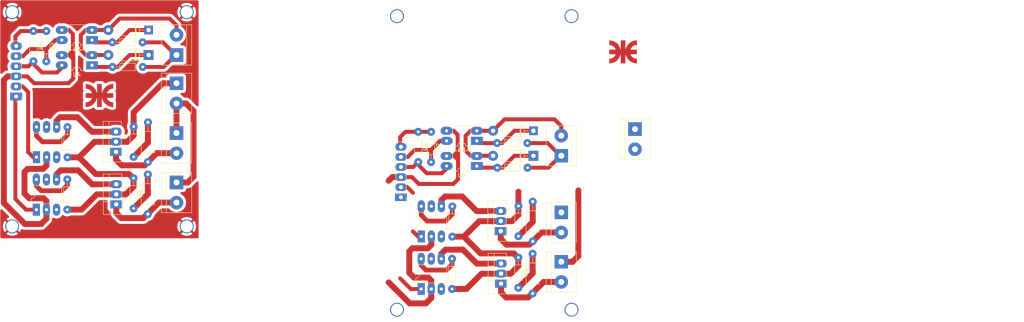
<source format=kicad_pcb>
(kicad_pcb (version 20211014) (generator pcbnew)
  (layers (0 "F.Cu" signal) (31 "B.Cu" signal) (34 "B.Paste" user) (35 "F.Paste" user) (36 "B.SilkS" user "B.Silkscreen") (37 "F.SilkS" user "F.Silkscreen") (38 "B.Mask" user) (39 "F.Mask" user) (44 "Edge.Cuts" user))
  (net 0 "")
  (net 1 "Net-(C1-Pad1)")
  (net 2 "SALIDA_RE_2")
  (net 3 "Net-(C2-Pad1)")
  (net 4 "SALIDA_RI_2")
  (net 5 "Net-(D1-Pad1)")
  (net 6 "TRAFO_2")
  (net 7 "Net-(D2-Pad1)")
  (net 8 "VAC_1")
  (net 9 "GND")
  (net 10 "VCC")
  (net 11 "PD24")
  (net 12 "PD23")
  (net 13 "PB1")
  (net 14 "PB0")
  (net 15 "SALIDA_RE_1")
  (net 16 "TRAFO_1")
  (net 17 "Net-(R3-Pad1)")
  (net 18 "Net-(R4-Pad1)")
  (net 23 "Net-(D3-Pad3)")
  (net 24 "Net-(U2-Pad4)")
  (net 25 "Relleno")
  (footprint "Package_DIP:DIP-4_W7.62mm_LongPads" (layer "F.Cu") (at 47.125 99.032561 180)
    (fp_text reference "U3")
    (fp_text value "PC817" hide)
  )
  (footprint "Diode_THT:D_DO-41_SOD81_P10.16mm_Horizontal" (layer "F.Cu") (at 158.39 128.197561 180)
    (fp_text reference "D2" hide)
    (fp_text value "1N4007" hide)
  )
  (footprint "TerminalBlock:TerminalBlock_bornier-2_P5.08mm" (layer "F.Cu") (at 68.42 134.92 -90)
    (fp_text reference "J4" hide)
    (fp_text value "Conn_01x02" hide)
  )
  (footprint "Capacitor_THT:C_Axial_L5.1mm_D3.1mm_P10.00mm_Horizontal" (layer "F.Cu") (at 61.22 119.76 -90)
    (fp_text reference "C2" hide)
    (fp_text value "0.01u" hide)
  )
  (footprint "Package_TO_SOT_THT:TO-220-3_Vertical" (layer "F.Cu") (at 150.245 160.44 90)
    (fp_text reference "D3" hide)
    (fp_text value "Q_TRIAC_A1A2G" hide)
  )
  (footprint "Resistor_THT:R_Axial_DIN0204_L3.6mm_D1.6mm_P7.62mm_Horizontal" (layer "F.Cu") (at 137.895 154.155 -90)
    (fp_text reference "R3" hide)
    (fp_text value "390" hide)
  )
  (footprint "Package_DIP:DIP-6_W7.62mm_LongPads" (layer "F.Cu") (at 33.12 128.54 90)
    (fp_text reference "U2" hide)
    (fp_text value "MOC3021M" hide)
  )
  (footprint "Capacitor_THT:C_Axial_L5.1mm_D3.1mm_P10.00mm_Horizontal" (layer "F.Cu") (at 61.2 132.9 -90)
    (fp_text reference "C1" hide)
    (fp_text value "0.01u" hide)
  )
  (footprint "TerminalBlock:TerminalBlock_bornier-2_P5.08mm" (layer "F.Cu") (at 165.42 128.2 90)
    (fp_text reference "J3" hide)
    (fp_text value "Conn_01x02" hide)
  )
  (footprint "Resistor_THT:R_Axial_DIN0204_L3.6mm_D1.6mm_P7.62mm_Horizontal" (layer "F.Cu") (at 149.25 125)
    (fp_text reference "R1" hide)
    (fp_text value "3.3k" hide)
  )
  (footprint "Package_DIP:DIP-6_W7.62mm_LongPads" (layer "F.Cu") (at 130.095 161.785 90)
    (fp_text reference "U1" hide)
    (fp_text value "MOC3021M" hide)
  )
  (footprint "TerminalBlock:TerminalBlock_bornier-2_P5.08mm" (layer "F.Cu") (at 165.42 142.46 -90)
    (fp_text reference "J5" hide)
    (fp_text value "Conn_01x02" hide)
  )
  (footprint "" (layer "F.Cu") (at 27 146)
    (fp_text reference "")
    (fp_text value "")
  )
  (footprint "" (layer "F.Cu") (at 71 92)
    (fp_text reference "")
    (fp_text value "")
  )
  (footprint "Resistor_THT:R_Axial_DIN0204_L3.6mm_D1.6mm_P7.62mm_Horizontal" (layer "F.Cu") (at 149.29 131.2)
    (fp_text reference "R2" hide)
    (fp_text value "3.3k" hide)
  )
  (footprint "Resistor_THT:R_Axial_DIN0204_L3.6mm_D1.6mm_P7.62mm_Horizontal" (layer "F.Cu") (at 57.595 133.85 -90)
    (fp_text reference "R5")
    (fp_text value "39")
  )
  (footprint "TerminalBlock:TerminalBlock_bornier-2_P5.08mm" (layer "F.Cu") (at 165.42 154.92 -90)
    (fp_text reference "J4" hide)
    (fp_text value "Conn_01x02" hide)
  )
  (footprint "" (layer "F.Cu") (at 168 93)
    (fp_text reference "")
    (fp_text value "")
  )
  (footprint "" (layer "F.Cu") (at 27 92)
    (fp_text reference "")
    (fp_text value "")
  )
  (footprint "Package_TO_SOT_THT:TO-220-3_Vertical" (layer "F.Cu") (at 150.17 147.195 90)
    (fp_text reference "D4" hide)
    (fp_text value "Q_TRIAC_A1A2G" hide)
  )
  (footprint "Package_DIP:DIP-4_W7.62mm_LongPads" (layer "F.Cu") (at 47.125 105.382561 180)
    (fp_text reference "U4")
    (fp_text value "PC817" hide)
  )
  (footprint "Graphics:PCB_Logo" (layer "F.Cu") (at 49 113 90)
    (fp_text reference "G***" hide)
    (fp_text value "LOGO" hide)
  )
  (footprint "Resistor_THT:R_Axial_DIN0204_L3.6mm_D1.6mm_P7.62mm_Horizontal" (layer "F.Cu") (at 129.35 122.157561 -90)
    (fp_text reference "R8")
    (fp_text value "4.7k" hide)
  )
  (footprint "TerminalBlock:TerminalBlock_bornier-2_P5.08mm" (layer "F.Cu") (at 68.42 102.8 90)
    (fp_text reference "J3" hide)
    (fp_text value "Conn_01x02" hide)
  )
  (footprint "Diode_THT:D_DO-41_SOD81_P10.16mm_Horizontal" (layer "F.Cu") (at 158.39 121.887561 180)
    (fp_text reference "D1" hide)
    (fp_text value "1N4007" hide)
  )
  (footprint "Resistor_THT:R_Axial_DIN0204_L3.6mm_D1.6mm_P7.62mm_Horizontal" (layer "F.Cu") (at 35.6 96.757561 -90)
    (fp_text reference "R7")
    (fp_text value "4.7k" hide)
  )
  (footprint "TerminalBlock:TerminalBlock_bornier-2_P5.08mm" (layer "F.Cu") (at 184 121.46 -90)
    (fp_text reference "J2" hide)
    (fp_text value "Conn_01x02" hide)
  )
  (footprint "Resistor_THT:R_Axial_DIN0204_L3.6mm_D1.6mm_P7.62mm_Horizontal" (layer "F.Cu") (at 40.895 134.155 -90)
    (fp_text reference "R3" hide)
    (fp_text value "390" hide)
  )
  (footprint "Resistor_THT:R_Axial_DIN0204_L3.6mm_D1.6mm_P7.62mm_Horizontal" (layer "F.Cu") (at 40.945 120.965 -90)
    (fp_text reference "R4" hide)
    (fp_text value "390" hide)
  )
  (footprint "Graphics:PCB_Logo" (layer "F.Cu") (at 181 102 90)
    (fp_text reference "G***" hide)
    (fp_text value "LOGO" hide)
  )
  (footprint "TerminalBlock:TerminalBlock_bornier-2_P5.08mm" (layer "F.Cu") (at 68.42 109.92 -90)
    (fp_text reference "J2" hide)
    (fp_text value "Conn_01x02" hide)
  )
  (footprint "Package_DIP:DIP-6_W7.62mm_LongPads" (layer "F.Cu") (at 33.095 141.785 90)
    (fp_text reference "U1" hide)
    (fp_text value "MOC3021M" hide)
  )
  (footprint "Package_DIP:DIP-6_W7.62mm_LongPads" (layer "F.Cu") (at 130.12 148.54 90)
    (fp_text reference "U2" hide)
    (fp_text value "MOC3021M" hide)
  )
  (footprint "Resistor_THT:R_Axial_DIN0204_L3.6mm_D1.6mm_P7.62mm_Horizontal" (layer "F.Cu") (at 52.29 105.8)
    (fp_text reference "R2" hide)
    (fp_text value "3.3k" hide)
  )
  (footprint "" (layer "F.Cu") (at 124 93)
    (fp_text reference "")
    (fp_text value "")
  )
  (footprint "Package_DIP:DIP-4_W7.62mm_LongPads" (layer "F.Cu") (at 144.125 124.432561 180)
    (fp_text reference "U3")
    (fp_text value "PC817" hide)
  )
  (footprint "Capacitor_THT:C_Axial_L5.1mm_D3.1mm_P10.00mm_Horizontal" (layer "F.Cu") (at 158.22 139.76 -90)
    (fp_text reference "C2" hide)
    (fp_text value "0.01u" hide)
  )
  (footprint "" (layer "F.Cu") (at 124 167)
    (fp_text reference "")
    (fp_text value "")
  )
  (footprint "Resistor_THT:R_Axial_DIN0204_L3.6mm_D1.6mm_P7.62mm_Horizontal" (layer "F.Cu") (at 52.25 99.6)
    (fp_text reference "R1" hide)
    (fp_text value "3.3k" hide)
  )
  (footprint "Resistor_THT:R_Axial_DIN0204_L3.6mm_D1.6mm_P7.62mm_Horizontal" (layer "F.Cu") (at 32.35 96.757561 -90)
    (fp_text reference "R8")
    (fp_text value "4.7k" hide)
  )
  (footprint "Resistor_THT:R_Axial_DIN0204_L3.6mm_D1.6mm_P7.62mm_Horizontal" (layer "F.Cu") (at 154.62 140.85 -90)
    (fp_text reference "R6" hide)
    (fp_text value "39" hide)
  )
  (footprint "Capacitor_THT:C_Axial_L5.1mm_D3.1mm_P10.00mm_Horizontal" (layer "F.Cu") (at 158.2 152.9 -90)
    (fp_text reference "C1" hide)
    (fp_text value "0.01u" hide)
  )
  (footprint "Connector_PinHeader_2.54mm:PinHeader_1x06_P2.54mm_Vertical" (layer "F.Cu") (at 125 138.65 180)
    (fp_text reference "J1" hide)
    (fp_text value "Conn_01x06" hide)
  )
  (footprint "" (layer "F.Cu") (at 168 167)
    (fp_text reference "")
    (fp_text value "")
  )
  (footprint "Resistor_THT:R_Axial_DIN0204_L3.6mm_D1.6mm_P7.62mm_Horizontal" (layer "F.Cu") (at 137.945 140.965 -90)
    (fp_text reference "R4" hide)
    (fp_text value "390" hide)
  )
  (footprint "TerminalBlock:TerminalBlock_bornier-2_P5.08mm" (layer "F.Cu") (at 68.42 122.46 -90)
    (fp_text reference "J5" hide)
    (fp_text value "Conn_01x02" hide)
  )
  (footprint "Diode_THT:D_DO-41_SOD81_P10.16mm_Horizontal" (layer "F.Cu") (at 61.39 102.797561 180)
    (fp_text reference "D2" hide)
    (fp_text value "1N4007" hide)
  )
  (footprint "Connector_PinHeader_2.54mm:PinHeader_1x06_P2.54mm_Vertical" (layer "F.Cu") (at 28 113.25 180)
    (fp_text reference "J1" hide)
    (fp_text value "Conn_01x06" hide)
  )
  (footprint "Package_DIP:DIP-4_W7.62mm_LongPads" (layer "F.Cu") (at 144.125 130.782561 180)
    (fp_text reference "U4")
    (fp_text value "PC817" hide)
  )
  (footprint "Package_TO_SOT_THT:TO-220-3_Vertical" (layer "F.Cu") (at 53.17 127.195 90)
    (fp_text reference "D4" hide)
    (fp_text value "Q_TRIAC_A1A2G" hide)
  )
  (footprint "Diode_THT:D_DO-41_SOD81_P10.16mm_Horizontal" (layer "F.Cu") (at 61.39 96.487561 180)
    (fp_text reference "D1" hide)
    (fp_text value "1N4007" hide)
  )
  (footprint "Resistor_THT:R_Axial_DIN0204_L3.6mm_D1.6mm_P7.62mm_Horizontal" (layer "F.Cu") (at 154.595 153.85 -90)
    (fp_text reference "R5")
    (fp_text value "39")
  )
  (footprint "Package_TO_SOT_THT:TO-220-3_Vertical" (layer "F.Cu") (at 53.245 140.44 90)
    (fp_text reference "D3" hide)
    (fp_text value "Q_TRIAC_A1A2G" hide)
  )
  (footprint "Resistor_THT:R_Axial_DIN0204_L3.6mm_D1.6mm_P7.62mm_Horizontal" (layer "F.Cu") (at 57.62 120.85 -90)
    (fp_text reference "R6" hide)
    (fp_text value "39" hide)
  )
  (footprint "Resistor_THT:R_Axial_DIN0204_L3.6mm_D1.6mm_P7.62mm_Horizontal" (layer "F.Cu") (at 132.6 122.157561 -90)
    (fp_text reference "R7")
    (fp_text value "4.7k" hide)
  )
  (footprint "" (layer "F.Cu") (at 71 146)
    (fp_text reference "")
    (fp_text value "")
  )
  (segment (start 158.22 157.845) (end 158.22 157.16) (width 1.5) (layer "F.Cu") (net 1))
  (segment (start 154.595 161.47) (end 158.22 157.845) (width 1.5) (layer "F.Cu") (net 1))
  (segment (start 61.195 137.135) (end 61.195 132.765) (width 1.5) (layer "F.Cu") (net 1))
  (segment (start 158.195 157.135) (end 158.195 152.765) (width 1.5) (layer "F.Cu") (net 1))
  (segment (start 57.595 141.47) (end 61.22 137.845) (width 1.5) (layer "F.Cu") (net 1))
  (segment (start 158.22 157.16) (end 158.195 157.135) (width 1.5) (layer "F.Cu") (net 1))
  (segment (start 61.22 137.845) (end 61.22 137.16) (width 1.5) (layer "F.Cu") (net 1))
  (segment (start 61.22 137.16) (end 61.195 137.135) (width 1.5) (layer "F.Cu") (net 1))
  (segment (start 60.06 143.9) (end 54.5 143.9) (width 1.5) (layer "F.Cu") (net 2))
  (segment (start 158.195 162.765) (end 157.06 163.9) (width 1.5) (layer "F.Cu") (net 2))
  (segment (start 151.5 163.9) (end 150.245 162.645) (width 1.5) (layer "F.Cu") (net 2))
  (segment (start 160.96 160) (end 158.195 162.765) (width 1.5) (layer "F.Cu") (net 2))
  (segment (start 54.5 143.9) (end 53.245 142.645) (width 1.5) (layer "F.Cu") (net 2))
  (segment (start 63.96 140) (end 61.195 142.765) (width 1.5) (layer "F.Cu") (net 2))
  (segment (start 61.195 142.765) (end 60.06 143.9) (width 1.5) (layer "F.Cu") (net 2))
  (segment (start 157.06 163.9) (end 151.5 163.9) (width 1.5) (layer "F.Cu") (net 2))
  (segment (start 150.245 162.645) (end 150.245 160.44) (width 1.5) (layer "F.Cu") (net 2))
  (segment (start 165.42 160) (end 160.96 160) (width 1.5) (layer "F.Cu") (net 2))
  (segment (start 68.42 140) (end 63.96 140) (width 1.5) (layer "F.Cu") (net 2))
  (segment (start 53.245 142.645) (end 53.245 140.44) (width 1.5) (layer "F.Cu") (net 2))
  (segment (start 61.22 124.87) (end 61.22 119.76) (width 1.5) (layer "F.Cu") (net 3))
  (segment (start 57.62 128.47) (end 61.22 124.87) (width 1.5) (layer "F.Cu") (net 3))
  (segment (start 154.62 148.47) (end 158.22 144.87) (width 1.5) (layer "F.Cu") (net 3))
  (segment (start 158.22 144.87) (end 158.22 139.76) (width 1.5) (layer "F.Cu") (net 3))
  (segment (start 68.48 127.46) (end 68.42 127.4) (width 1) (layer "F.Cu") (net 4))
  (segment (start 165.48 147.46) (end 165.42 147.4) (width 1) (layer "F.Cu") (net 4))
  (segment (start 60.38 130.6) (end 61.22 129.76) (width 1.5) (layer "F.Cu") (net 4))
  (segment (start 150.17 147.195) (end 150.17 149.17) (width 1.5) (layer "F.Cu") (net 4))
  (segment (start 165.42 147.54) (end 160.44 147.54) (width 1.5) (layer "F.Cu") (net 4))
  (segment (start 53.17 127.195) (end 53.17 129.17) (width 1.5) (layer "F.Cu") (net 4))
  (segment (start 68.42 127.54) (end 63.44 127.54) (width 1.5) (layer "F.Cu") (net 4))
  (segment (start 151.6 150.6) (end 157.38 150.6) (width 1.5) (layer "F.Cu") (net 4))
  (segment (start 160.44 147.54) (end 158.22 149.76) (width 1.5) (layer "F.Cu") (net 4))
  (segment (start 157.38 150.6) (end 158.22 149.76) (width 1.5) (layer "F.Cu") (net 4))
  (segment (start 150.17 149.17) (end 151.6 150.6) (width 1.5) (layer "F.Cu") (net 4))
  (segment (start 54.6 130.6) (end 60.38 130.6) (width 1.5) (layer "F.Cu") (net 4))
  (segment (start 63.44 127.54) (end 61.22 129.76) (width 1.5) (layer "F.Cu") (net 4))
  (segment (start 53.17 129.17) (end 54.6 130.6) (width 1.5) (layer "F.Cu") (net 4))
  (segment (start 52.25 99.6) (end 47.692439 99.6) (width 1) (layer "F.Cu") (net 5))
  (segment (start 56.62 96.487561) (end 61.39 96.487561) (width 1) (layer "F.Cu") (net 5))
  (segment (start 47.692439 99.6) (end 47.125 99.032561) (width 1) (layer "F.Cu") (net 5))
  (segment (start 153.62 121.887561) (end 158.39 121.887561) (width 1) (layer "F.Cu") (net 5))
  (segment (start 144.692439 125) (end 144.125 124.432561) (width 1) (layer "F.Cu") (net 5))
  (segment (start 149.25 125) (end 144.692439 125) (width 1) (layer "F.Cu") (net 5))
  (segment (start 52.235 99.032561) (end 52.25 99.047561) (width 1) (layer "F.Cu") (net 5))
  (segment (start 52.25 99.6) (end 53.507561 99.6) (width 1) (layer "F.Cu") (net 5))
  (segment (start 149.235 124.432561) (end 149.25 124.447561) (width 1) (layer "F.Cu") (net 5))
  (segment (start 53.507561 99.6) (end 56.62 96.487561) (width 1) (layer "F.Cu") (net 5))
  (segment (start 149.25 125) (end 150.507561 125) (width 1) (layer "F.Cu") (net 5))
  (segment (start 150.507561 125) (end 153.62 121.887561) (width 1) (layer "F.Cu") (net 5))
  (segment (start 66.7 93.6) (end 68.42 95.32) (width 1) (layer "F.Cu") (net 6))
  (segment (start 144.17 128.197561) (end 144.125 128.242561) (width 1) (layer "F.Cu") (net 6))
  (segment (start 45.565 96.492561) (end 47.125 96.492561) (width 1) (layer "F.Cu") (net 6))
  (segment (start 148.23 128.197561) (end 144.17 128.197561) (width 1) (layer "F.Cu") (net 6))
  (segment (start 142.635 128.242561) (end 141.3 126.907561) (width 1) (layer "F.Cu") (net 6))
  (segment (start 147.935 128.242561) (end 148.23 127.947561) (width 1) (layer "F.Cu") (net 6))
  (segment (start 44.3 101.507561) (end 44.3 97.757561) (width 1) (layer "F.Cu") (net 6))
  (segment (start 142.565 121.892561) (end 144.125 121.892561) (width 1) (layer "F.Cu") (net 6))
  (segment (start 141.3 126.907561) (end 141.3 123.157561) (width 1) (layer "F.Cu") (net 6))
  (segment (start 163.7 119) (end 165.42 120.72) (width 1) (layer "F.Cu") (net 6))
  (segment (start 151.117561 119) (end 163.7 119) (width 1) (layer "F.Cu") (net 6))
  (segment (start 45.635 102.842561) (end 44.3 101.507561) (width 1) (layer "F.Cu") (net 6))
  (segment (start 141.3 123.157561) (end 142.565 121.892561) (width 1) (layer "F.Cu") (net 6))
  (segment (start 144.125 121.892561) (end 148.225 121.892561) (width 1) (layer "F.Cu") (net 6))
  (segment (start 50.935 102.842561) (end 51.23 102.547561) (width 1) (layer "F.Cu") (net 6))
  (segment (start 47.17 102.797561) (end 47.125 102.842561) (width 1) (layer "F.Cu") (net 6))
  (segment (start 54.117561 93.6) (end 66.7 93.6) (width 1) (layer "F.Cu") (net 6))
  (segment (start 68.42 95.32) (end 68.42 97.72) (width 1) (layer "F.Cu") (net 6))
  (segment (start 144.125 128.242561) (end 142.635 128.242561) (width 1) (layer "F.Cu") (net 6))
  (segment (start 47.125 96.492561) (end 51.225 96.492561) (width 1) (layer "F.Cu") (net 6))
  (segment (start 148.23 121.887561) (end 151.117561 119) (width 1) (layer "F.Cu") (net 6))
  (segment (start 51.23 102.797561) (end 47.17 102.797561) (width 1) (layer "F.Cu") (net 6))
  (segment (start 44.3 97.757561) (end 45.565 96.492561) (width 1) (layer "F.Cu") (net 6))
  (segment (start 51.225 96.492561) (end 51.23 96.487561) (width 1) (layer "F.Cu") (net 6))
  (segment (start 47.125 102.842561) (end 45.635 102.842561) (width 1) (layer "F.Cu") (net 6))
  (segment (start 165.42 120.72) (end 165.42 123.12) (width 1) (layer "F.Cu") (net 6))
  (segment (start 51.23 96.487561) (end 54.117561 93.6) (width 1) (layer "F.Cu") (net 6))
  (segment (start 148.225 121.892561) (end 148.23 121.887561) (width 1) (layer "F.Cu") (net 6))
  (segment (start 52.29 105.8) (end 47.542439 105.8) (width 1) (layer "F.Cu") (net 7))
  (segment (start 144.542439 131.2) (end 144.125 130.782561) (width 1) (layer "F.Cu") (net 7))
  (segment (start 153.602439 128.197561) (end 158.39 128.197561) (width 1) (layer "F.Cu") (net 7))
  (segment (start 150.6 131.2) (end 153.602439 128.197561) (width 1) (layer "F.Cu") (net 7))
  (segment (start 52.29 105.8) (end 53.6 105.8) (width 1) (layer "F.Cu") (net 7))
  (segment (start 47.542439 105.8) (end 47.125 105.382561) (width 1) (layer "F.Cu") (net 7))
  (segment (start 53.6 105.8) (end 56.602439 102.797561) (width 1) (layer "F.Cu") (net 7))
  (segment (start 149.29 131.2) (end 144.542439 131.2) (width 1) (layer "F.Cu") (net 7))
  (segment (start 149.29 131.2) (end 150.6 131.2) (width 1) (layer "F.Cu") (net 7))
  (segment (start 56.602439 102.797561) (end 61.39 102.797561) (width 1) (layer "F.Cu") (net 7))
  (segment (start 152.655 157.925) (end 154.595 155.985) (width 1.5) (layer "F.Cu") (net 8))
  (segment (start 148.22 144.68) (end 153 144.68) (width 1.5) (layer "F.Cu") (net 8))
  (segment (start 145.06 152.8) (end 153.44 152.8) (width 1.5) (layer "F.Cu") (net 8))
  (segment (start 57.62 123.06) (end 57.62 120.85) (width 1.5) (layer "F.Cu") (net 8))
  (segment (start 154.62 143.06) (end 154.62 140.85) (width 1.5) (layer "F.Cu") (net 8))
  (segment (start 153 144.68) (end 154.62 143.06) (width 1.5) (layer "F.Cu") (net 8))
  (segment (start 40.895 141.775) (end 44.485 141.775) (width 1.5) (layer "F.Cu") (net 8))
  (segment (start 48.06 132.8) (end 56.44 132.8) (width 1.5) (layer "F.Cu") (net 8))
  (segment (start 140.855 148.585) (end 144.76 144.68) (width 1.5) (layer "F.Cu") (net 8))
  (segment (start 154.595 155.985) (end 154.595 153.85) (width 1.5) (layer "F.Cu") (net 8))
  (segment (start 47.76 124.68) (end 51.22 124.68) (width 1.5) (layer "F.Cu") (net 8))
  (segment (start 55.655 137.925) (end 57.595 135.985) (width 1.5) (layer "F.Cu") (net 8))
  (segment (start 44.485 141.775) (end 48.335 137.925) (width 1.5) (layer "F.Cu") (net 8))
  (segment (start 137.895 161.775) (end 141.485 161.775) (width 1.5) (layer "F.Cu") (net 8))
  (segment (start 51.295 137.925) (end 55.655 137.925) (width 1.5) (layer "F.Cu") (net 8))
  (segment (start 57.62 121.01) (end 57.62 117.26) (width 1.5) (layer "F.Cu") (net 8))
  (segment (start 43.855 128.585) (end 43.855 128.595) (width 1) (layer "F.Cu") (net 8))
  (segment (start 56.44 132.8) (end 57.595 133.955) (width 1.5) (layer "F.Cu") (net 8))
  (segment (start 145.335 157.925) (end 148.295 157.925) (width 1.5) (layer "F.Cu") (net 8))
  (segment (start 137.945 148.585) (end 140.855 148.585) (width 1.5) (layer "F.Cu") (net 8))
  (segment (start 148.295 157.925) (end 152.655 157.925) (width 1.5) (layer "F.Cu") (net 8))
  (segment (start 43.855 128.595) (end 48.06 132.8) (width 1.5) (layer "F.Cu") (net 8))
  (segment (start 154.62 141.01) (end 154.62 137.26) (width 1.5) (layer "F.Cu") (net 8))
  (segment (start 144.76 144.68) (end 148.22 144.68) (width 1.5) (layer "F.Cu") (net 8))
  (segment (start 57.595 135.985) (end 57.595 133.85) (width 1.5) (layer "F.Cu") (net 8))
  (segment (start 141.485 161.775) (end 145.335 157.925) (width 1.5) (layer "F.Cu") (net 8))
  (segment (start 51.22 124.68) (end 56 124.68) (width 1.5) (layer "F.Cu") (net 8))
  (segment (start 40.945 128.585) (end 43.855 128.585) (width 1.5) (layer "F.Cu") (net 8))
  (segment (start 48.335 137.925) (end 51.295 137.925) (width 1.5) (layer "F.Cu") (net 8))
  (segment (start 56 124.68) (end 57.62 123.06) (width 1.5) (layer "F.Cu") (net 8))
  (segment (start 64.96 109.92) (end 68.42 109.92) (width 1.5) (layer "F.Cu") (net 8))
  (segment (start 57.62 117.26) (end 64.96 109.92) (width 1.5) (layer "F.Cu") (net 8))
  (segment (start 153.44 152.8) (end 154.595 153.955) (width 1.5) (layer "F.Cu") (net 8))
  (segment (start 140.855 148.595) (end 145.06 152.8) (width 1.5) (layer "F.Cu") (net 8))
  (segment (start 43.855 128.585) (end 47.76 124.68) (width 1.5) (layer "F.Cu") (net 8))
  (segment (start 140.855 148.585) (end 140.855 148.595) (width 1) (layer "F.Cu") (net 8))
  (segment (start 42.4 101.857561) (end 42.3 101.757561) (width 1) (layer "F.Cu") (net 9))
  (segment (start 30.9 131.5) (end 30.1 132.3) (width 1.5) (layer "F.Cu") (net 9))
  (segment (start 139.4 134.1) (end 139.4 129.2) (width 1) (layer "F.Cu") (net 9))
  (segment (start 121.9 160.1) (end 127.2 165.4) (width 1.5) (layer "F.Cu") (net 9))
  (segment (start 138.285 121.892561) (end 139.3 122.907561) (width 1) (layer "F.Cu") (net 9))
  (segment (start 127.1 157.7) (end 128.3 158.9) (width 1.5) (layer "F.Cu") (net 9))
  (segment (start 124.8 133.57) (end 127.77 133.57) (width 1) (layer "F.Cu") (net 9))
  (segment (start 30.1 132.3) (end 30.1 137.7) (width 1.5) (layer "F.Cu") (net 9))
  (segment (start 42.3 101.757561) (end 41.215 102.842561) (width 1) (layer "F.Cu") (net 9))
  (segment (start 127.2 165.4) (end 131.3 165.4) (width 1.5) (layer "F.Cu") (net 9))
  (segment (start 139.4 127.257561) (end 139.3 127.157561) (width 1) (layer "F.Cu") (net 9))
  (segment (start 30.77 108.17) (end 32.5 109.9) (width 1) (layer "F.Cu") (net 9))
  (segment (start 138.2 135.3) (end 139.4 134.1) (width 1) (layer "F.Cu") (net 9))
  (segment (start 139.3 122.907561) (end 139.3 127.157561) (width 1) (layer "F.Cu") (net 9))
  (segment (start 35.66 130.64) (end 34.8 131.5) (width 1.5) (layer "F.Cu") (net 9))
  (segment (start 30.2 145.4) (end 34.3 145.4) (width 1.5) (layer "F.Cu") (net 9))
  (segment (start 132.635 164.065) (end 132.635 161.785) (width 1.5) (layer "F.Cu") (net 9))
  (segment (start 122.83 133.57) (end 121.9 134.5) (width 1.5) (layer "F.Cu") (net 9))
  (segment (start 28 108.17) (end 25.83 108.17) (width 1.5) (layer "F.Cu") (net 9))
  (segment (start 127.1 152.3) (end 127.1 157.7) (width 1.5) (layer "F.Cu") (net 9))
  (segment (start 125 133.57) (end 122.83 133.57) (width 1.5) (layer "F.Cu") (net 9))
  (segment (start 127.77 133.57) (end 129.5 135.3) (width 1) (layer "F.Cu") (net 9))
  (segment (start 138.442561 128.242561) (end 139.4 129.2) (width 1) (layer "F.Cu") (net 9))
  (segment (start 139.4 129.2) (end 139.4 127.257561) (width 1) (layer "F.Cu") (net 9))
  (segment (start 42.4 103.8) (end 42.4 101.857561) (width 1) (layer "F.Cu") (net 9))
  (segment (start 41.215 102.842561) (end 41.442561 102.842561) (width 1) (layer "F.Cu") (net 9))
  (segment (start 42.3 97.507561) (end 42.3 101.757561) (width 1) (layer "F.Cu") (net 9))
  (segment (start 32.5 109.9) (end 41.2 109.9) (width 1) (layer "F.Cu") (net 9))
  (segment (start 127.9 151.5) (end 127.1 152.3) (width 1.5) (layer "F.Cu") (net 9))
  (segment (start 132.635 159.635) (end 132.635 161.785) (width 1.5) (layer "F.Cu") (net 9))
  (segment (start 136.505 121.892561) (end 138.285 121.892561) (width 1) (layer "F.Cu") (net 9))
  (segment (start 138.215 128.242561) (end 138.442561 128.242561) (width 1) (layer "F.Cu") (net 9))
  (segment (start 131.3 165.4) (end 132.635 164.065) (width 1.5) (layer "F.Cu") (net 9))
  (segment (start 35.635 144.065) (end 35.635 141.785) (width 1.5) (layer "F.Cu") (net 9))
  (segment (start 128.3 158.9) (end 131.9 158.9) (width 1.5) (layer "F.Cu") (net 9))
  (segment (start 139.3 127.157561) (end 138.215 128.242561) (width 1) (layer "F.Cu") (net 9))
  (segment (start 24.9 140.1) (end 30.2 145.4) (width 1.5) (layer "F.Cu") (net 9))
  (segment (start 129.5 135.3) (end 138.2 135.3) (width 1) (layer "F.Cu") (net 9))
  (segment (start 31.3 138.9) (end 34.9 138.9) (width 1.5) (layer "F.Cu") (net 9))
  (segment (start 34.3 145.4) (end 35.635 144.065) (width 1.5) (layer "F.Cu") (net 9))
  (segment (start 39.505 96.492561) (end 41.285 96.492561) (width 1) (layer "F.Cu") (net 9))
  (segment (start 35.66 128.54) (end 35.66 130.64) (width 1.5) (layer "F.Cu") (net 9))
  (segment (start 41.285 96.492561) (end 42.3 97.507561) (width 1) (layer "F.Cu") (net 9))
  (segment (start 41.215 102.842561) (end 39.505 102.842561) (width 1) (layer "F.Cu") (net 9))
  (segment (start 34.8 131.5) (end 30.9 131.5) (width 1.5) (layer "F.Cu") (net 9))
  (segment (start 24.9 109.1) (end 24.9 140.1) (width 1.5) (layer "F.Cu") (net 9))
  (segment (start 35.635 139.635) (end 35.635 141.785) (width 1.5) (layer "F.Cu") (net 9))
  (segment (start 42.4 108.7) (end 42.4 103.8) (width 1) (layer "F.Cu") (net 9))
  (segment (start 34.9 138.9) (end 35.635 139.635) (width 1.5) (layer "F.Cu") (net 9))
  (segment (start 41.2 109.9) (end 42.4 108.7) (width 1) (layer "F.Cu") (net 9))
  (segment (start 138.215 128.242561) (end 136.505 128.242561) (width 1) (layer "F.Cu") (net 9))
  (segment (start 132.66 150.64) (end 131.8 151.5) (width 1.5) (layer "F.Cu") (net 9))
  (segment (start 41.442561 102.842561) (end 42.4 103.8) (width 1) (layer "F.Cu") (net 9))
  (segment (start 27.8 108.17) (end 30.77 108.17) (width 1) (layer "F.Cu") (net 9))
  (segment (start 132.66 148.54) (end 132.66 150.64) (width 1.5) (layer "F.Cu") (net 9))
  (segment (start 25.83 108.17) (end 24.9 109.1) (width 1.5) (layer "F.Cu") (net 9))
  (segment (start 131.8 151.5) (end 127.9 151.5) (width 1.5) (layer "F.Cu") (net 9))
  (segment (start 131.9 158.9) (end 132.635 159.635) (width 1.5) (layer "F.Cu") (net 9))
  (segment (start 30.1 137.7) (end 31.3 138.9) (width 1.5) (layer "F.Cu") (net 9))
  (segment (start 29.142439 96.757561) (end 31.55 96.757561) (width 1) (layer "F.Cu") (net 10))
  (segment (start 31.55 96.757561) (end 34.8 96.757561) (width 1) (layer "F.Cu") (net 10))
  (segment (start 31.53 96.777561) (end 31.55 96.757561) (width 1) (layer "F.Cu") (net 10))
  (segment (start 124.8 125.95) (end 124.8 123.5) (width 1) (layer "F.Cu") (net 10))
  (segment (start 126.142439 122.157561) (end 128.55 122.157561) (width 1) (layer "F.Cu") (net 10))
  (segment (start 128.53 122.177561) (end 128.55 122.157561) (width 1) (layer "F.Cu") (net 10))
  (segment (start 27.8 98.1) (end 29.142439 96.757561) (width 1) (layer "F.Cu") (net 10))
  (segment (start 27.8 100.55) (end 27.8 98.1) (width 1) (layer "F.Cu") (net 10))
  (segment (start 128.55 122.157561) (end 131.8 122.157561) (width 1) (layer "F.Cu") (net 10))
  (segment (start 124.8 123.5) (end 126.142439 122.157561) (width 1) (layer "F.Cu") (net 10))
  (segment (start 39.505 105.382561) (end 39.505 105.995) (width 1) (layer "F.Cu") (net 11))
  (segment (start 129.35 130.45) (end 129.35 129.777561) (width 1) (layer "F.Cu") (net 11))
  (segment (start 135.3 132.6) (end 131.5 132.6) (width 1) (layer "F.Cu") (net 11))
  (segment (start 34.5 107.2) (end 32.35 105.05) (width 1) (layer "F.Cu") (net 11))
  (segment (start 39.505 105.995) (end 38.3 107.2) (width 1) (layer "F.Cu") (net 11))
  (segment (start 131.5 132.6) (end 129.35 130.45) (width 1) (layer "F.Cu") (net 11))
  (segment (start 31.097561 105.63) (end 32.35 104.377561) (width 1) (layer "F.Cu") (net 11))
  (segment (start 125 131.03) (end 128.097561 131.03) (width 1) (layer "F.Cu") (net 11))
  (segment (start 136.505 130.782561) (end 136.505 131.395) (width 1) (layer "F.Cu") (net 11))
  (segment (start 128.097561 131.03) (end 129.35 129.777561) (width 1) (layer "F.Cu") (net 11))
  (segment (start 38.3 107.2) (end 34.5 107.2) (width 1) (layer "F.Cu") (net 11))
  (segment (start 32.35 105.05) (end 32.35 104.377561) (width 1) (layer "F.Cu") (net 11))
  (segment (start 28 105.63) (end 31.097561 105.63) (width 1) (layer "F.Cu") (net 11))
  (segment (start 136.505 131.395) (end 135.3 132.6) (width 1) (layer "F.Cu") (net 11))
  (segment (start 134.867439 124.432561) (end 136.505 124.432561) (width 1) (layer "F.Cu") (net 12))
  (segment (start 31.5 101.3) (end 35.6 101.3) (width 1) (layer "F.Cu") (net 12))
  (segment (start 136.5 124.427561) (end 136.505 124.432561) (width 1) (layer "F.Cu") (net 12))
  (segment (start 125 128.49) (end 126.71 128.49) (width 1) (layer "F.Cu") (net 12))
  (segment (start 35.6 101.3) (end 37.867439 99.032561) (width 1) (layer "F.Cu") (net 12))
  (segment (start 37.867439 99.032561) (end 39.505 99.032561) (width 1) (layer "F.Cu") (net 12))
  (segment (start 29.71 103.09) (end 31.5 101.3) (width 1) (layer "F.Cu") (net 12))
  (segment (start 28 103.09) (end 29.71 103.09) (width 1) (layer "F.Cu") (net 12))
  (segment (start 132.6 129.777561) (end 132.6 126.7) (width 1) (layer "F.Cu") (net 12))
  (segment (start 128.5 126.7) (end 132.6 126.7) (width 1) (layer "F.Cu") (net 12))
  (segment (start 35.6 104.377561) (end 35.6 101.3) (width 1) (layer "F.Cu") (net 12))
  (segment (start 126.71 128.49) (end 128.5 126.7) (width 1) (layer "F.Cu") (net 12))
  (segment (start 132.6 126.7) (end 134.867439 124.432561) (width 1) (layer "F.Cu") (net 12))
  (segment (start 39.5 99.027561) (end 39.505 99.032561) (width 1) (layer "F.Cu") (net 12))
  (segment (start 128.02 137.52) (end 126.6 136.1) (width 1) (layer "F.Cu") (net 13))
  (segment (start 32.3 128.54) (end 31.02 127.26) (width 1) (layer "F.Cu") (net 13))
  (segment (start 31.02 127.26) (end 31.02 112.12) (width 1) (layer "F.Cu") (net 13))
  (segment (start 33.12 128.54) (end 32.3 128.54) (width 1) (layer "F.Cu") (net 13))
  (segment (start 29.6 110.7) (end 29.59 110.71) (width 1) (layer "F.Cu") (net 13))
  (segment (start 129.3 148.54) (end 128.02 147.26) (width 1) (layer "F.Cu") (net 13))
  (segment (start 130.12 148.54) (end 129.3 148.54) (width 1) (layer "F.Cu") (net 13))
  (segment (start 29.59 110.71) (end 27.8 110.71) (width 1) (layer "F.Cu") (net 13))
  (segment (start 126.59 136.11) (end 124.8 136.11) (width 1) (layer "F.Cu") (net 13))
  (segment (start 31.02 112.12) (end 29.6 110.7) (width 1) (layer "F.Cu") (net 13))
  (segment (start 126.6 136.1) (end 126.59 136.11) (width 1) (layer "F.Cu") (net 13))
  (segment (start 27.8 139.1) (end 30.485 141.785) (width 1) (layer "F.Cu") (net 14))
  (segment (start 27.8 113.25) (end 27.8 139.1) (width 1) (layer "F.Cu") (net 14))
  (segment (start 30.485 141.785) (end 33.095 141.785) (width 1) (layer "F.Cu") (net 14))
  (segment (start 124.8 159.1) (end 127.485 161.785) (width 1) (layer "F.Cu") (net 14))
  (segment (start 127.485 161.785) (end 130.095 161.785) (width 1) (layer "F.Cu") (net 14))
  (segment (start 68.42 115) (end 70.8 115) (width 1.5) (layer "F.Cu") (net 15))
  (segment (start 72.72 133.46) (end 71.26 134.92) (width 1.5) (layer "F.Cu") (net 15))
  (segment (start 72.72 116.92) (end 72.72 133.46) (width 1.5) (layer "F.Cu") (net 15))
  (segment (start 169.72 153.46) (end 168.26 154.92) (width 1.5) (layer "F.Cu") (net 15))
  (segment (start 168.26 154.92) (end 165.42 154.92) (width 1.5) (layer "F.Cu") (net 15))
  (segment (start 71.26 134.92) (end 68.42 134.92) (width 1.5) (layer "F.Cu") (net 15))
  (segment (start 169.72 136.92) (end 169.72 153.46) (width 1.5) (layer "F.Cu") (net 15))
  (segment (start 68.42 115) (end 68.42 122.46) (width 1.5) (layer "F.Cu") (net 15))
  (segment (start 70.8 115) (end 72.72 116.92) (width 1.5) (layer "F.Cu") (net 15))
  (segment (start 156.91 131.2) (end 162.2 131.2) (width 1) (layer "F.Cu") (net 16))
  (segment (start 59.87 99.6) (end 65 99.6) (width 1) (layer "F.Cu") (net 16))
  (segment (start 162.2 131.2) (end 165.2 128.2) (width 1) (layer "F.Cu") (net 16))
  (segment (start 156.87 125) (end 162 125) (width 1) (layer "F.Cu") (net 16))
  (segment (start 162 125) (end 165.2 128.2) (width 1) (layer "F.Cu") (net 16))
  (segment (start 165.2 128.2) (end 165.42 128.2) (width 1) (layer "F.Cu") (net 16))
  (segment (start 67.66 102.54) (end 68.3 101.9) (width 1) (layer "F.Cu") (net 16))
  (segment (start 68.2 102.8) (end 68.42 102.8) (width 1) (layer "F.Cu") (net 16))
  (segment (start 65.2 105.8) (end 68.2 102.8) (width 1) (layer "F.Cu") (net 16))
  (segment (start 59.91 105.8) (end 65.2 105.8) (width 1) (layer "F.Cu") (net 16))
  (segment (start 164.66 127.94) (end 165.3 127.3) (width 1) (layer "F.Cu") (net 16))
  (segment (start 65 99.6) (end 68.2 102.8) (width 1) (layer "F.Cu") (net 16))
  (segment (start 137.895 155.605) (end 136.5 157) (width 1.2) (layer "F.Cu") (net 17))
  (segment (start 34.3 137) (end 33.095 135.795) (width 1.2) (layer "F.Cu") (net 17))
  (segment (start 39.5 137) (end 34.3 137) (width 1.2) (layer "F.Cu") (net 17))
  (segment (start 40.895 134.155) (end 40.895 135.605) (width 1.2) (layer "F.Cu") (net 17))
  (segment (start 137.895 154.155) (end 137.895 155.605) (width 1.2) (layer "F.Cu") (net 17))
  (segment (start 33.095 135.795) (end 33.095 134.165) (width 1.2) (layer "F.Cu") (net 17))
  (segment (start 136.5 157) (end 131.3 157) (width 1.2) (layer "F.Cu") (net 17))
  (segment (start 40.895 135.605) (end 39.5 137) (width 1.2) (layer "F.Cu") (net 17))
  (segment (start 130.095 155.795) (end 130.095 154.165) (width 1.2) (layer "F.Cu") (net 17))
  (segment (start 131.3 157) (end 130.095 155.795) (width 1.2) (layer "F.Cu") (net 17))
  (segment (start 39.22 124.66) (end 40.945 122.935) (width 1.2) (layer "F.Cu") (net 18))
  (segment (start 131.62 144.66) (end 136.22 144.66) (width 1.2) (layer "F.Cu") (net 18))
  (segment (start 33.12 123.16) (end 34.62 124.66) (width 1.2) (layer "F.Cu") (net 18))
  (segment (start 40.945 122.935) (end 40.945 120.965) (width 1.2) (layer "F.Cu") (net 18))
  (segment (start 130.12 143.16) (end 131.62 144.66) (width 1.2) (layer "F.Cu") (net 18))
  (segment (start 137.945 142.935) (end 137.945 140.965) (width 1.2) (layer "F.Cu") (net 18))
  (segment (start 130.12 140.92) (end 130.12 143.16) (width 1.2) (layer "F.Cu") (net 18))
  (segment (start 34.62 124.66) (end 39.22 124.66) (width 1.2) (layer "F.Cu") (net 18))
  (segment (start 33.12 120.92) (end 33.12 123.16) (width 1.2) (layer "F.Cu") (net 18))
  (segment (start 136.22 144.66) (end 137.945 142.935) (width 1.2) (layer "F.Cu") (net 18))
  (segment (start 136.22 151.86) (end 140.62 151.86) (width 1.5) (layer "F.Cu") (net 23))
  (segment (start 38.175 134.165) (end 38.175 132.905) (width 1.5) (layer "F.Cu") (net 23))
  (segment (start 47.145 135.385) (end 53.22 135.385) (width 1.5) (layer "F.Cu") (net 23))
  (segment (start 43.62 131.86) (end 47.145 135.385) (width 1.5) (layer "F.Cu") (net 23))
  (segment (start 39.22 131.86) (end 43.62 131.86) (width 1.5) (layer "F.Cu") (net 23))
  (segment (start 140.62 151.86) (end 144.145 155.385) (width 1.5) (layer "F.Cu") (net 23))
  (segment (start 150.22 155.385) (end 150.245 155.36) (width 1) (layer "F.Cu") (net 23))
  (segment (start 38.175 132.905) (end 39.22 131.86) (width 1.5) (layer "F.Cu") (net 23))
  (segment (start 144.145 155.385) (end 150.22 155.385) (width 1.5) (layer "F.Cu") (net 23))
  (segment (start 135.175 152.905) (end 136.22 151.86) (width 1.5) (layer "F.Cu") (net 23))
  (segment (start 135.175 154.165) (end 135.175 152.905) (width 1.5) (layer "F.Cu") (net 23))
  (segment (start 53.22 135.385) (end 53.245 135.36) (width 1) (layer "F.Cu") (net 23))
  (segment (start 39.12 118.46) (end 43.42 118.46) (width 1.5) (layer "F.Cu") (net 24))
  (segment (start 43.42 118.46) (end 47.1 122.14) (width 1.5) (layer "F.Cu") (net 24))
  (segment (start 144.1 142.14) (end 150.145 142.14) (width 1.5) (layer "F.Cu") (net 24))
  (segment (start 136.12 138.46) (end 140.42 138.46) (width 1.5) (layer "F.Cu") (net 24))
  (segment (start 38.2 119.38) (end 39.12 118.46) (width 1.5) (layer "F.Cu") (net 24))
  (segment (start 135.2 140.92) (end 135.2 139.38) (width 1.5) (layer "F.Cu") (net 24))
  (segment (start 38.2 120.92) (end 38.2 119.38) (width 1.5) (layer "F.Cu") (net 24))
  (segment (start 47.1 122.14) (end 53.145 122.14) (width 1.5) (layer "F.Cu") (net 24))
  (segment (start 150.145 142.14) (end 150.17 142.115) (width 1) (layer "F.Cu") (net 24))
  (segment (start 53.145 122.14) (end 53.17 122.115) (width 1) (layer "F.Cu") (net 24))
  (segment (start 140.42 138.46) (end 144.1 142.14) (width 1.5) (layer "F.Cu") (net 24))
  (segment (start 135.2 139.38) (end 136.12 138.46) (width 1.5) (layer "F.Cu") (net 24))
  (zone (net 25) (net_name "Relleno") (layer "F.Cu") (name "Relleno") (connect_pads (clearance 0.7)) (min_thickness 0.6) (fill yes (thermal_gap 0.6) (thermal_bridge_width 0.6))
    (polygon (pts (xy 74 149) (xy 24 149) (xy 24 89) (xy 74 89)))
  )
)
</source>
